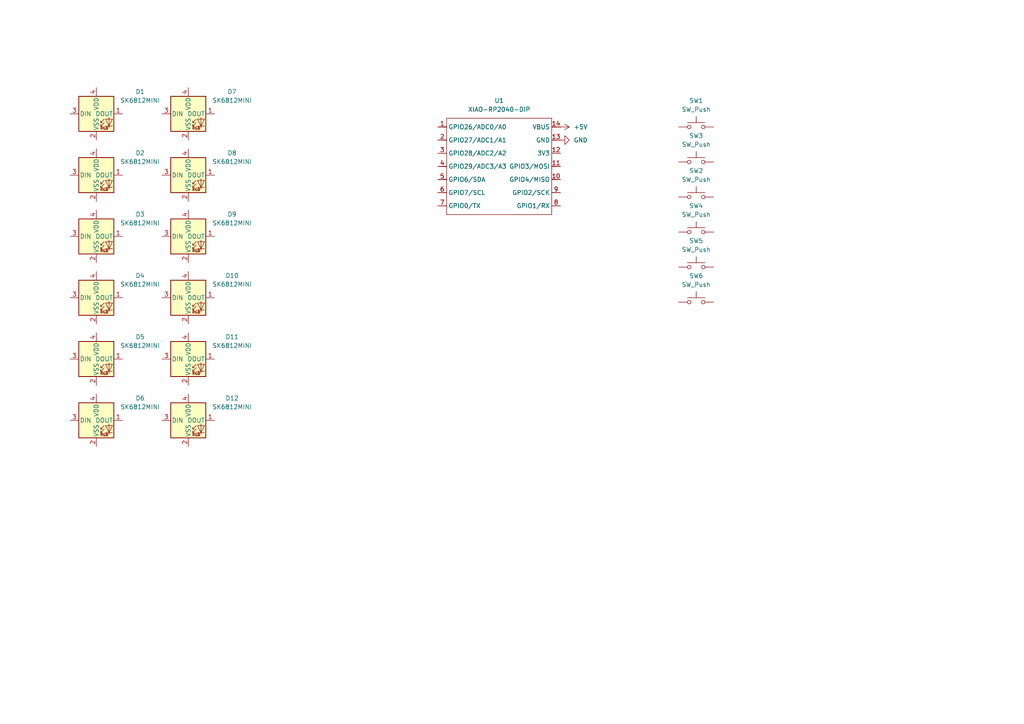
<source format=kicad_sch>
(kicad_sch
	(version 20250114)
	(generator "eeschema")
	(generator_version "9.0")
	(uuid "6c7dc53d-62fc-40ae-8f1d-ead6ce995a4e")
	(paper "A4")
	(lib_symbols
		(symbol "LED:SK6812MINI"
			(pin_names
				(offset 0.254)
			)
			(exclude_from_sim no)
			(in_bom yes)
			(on_board yes)
			(property "Reference" "D"
				(at 5.08 5.715 0)
				(effects
					(font
						(size 1.27 1.27)
					)
					(justify right bottom)
				)
			)
			(property "Value" "SK6812MINI"
				(at 1.27 -5.715 0)
				(effects
					(font
						(size 1.27 1.27)
					)
					(justify left top)
				)
			)
			(property "Footprint" "LED_SMD:LED_SK6812MINI_PLCC4_3.5x3.5mm_P1.75mm"
				(at 1.27 -7.62 0)
				(effects
					(font
						(size 1.27 1.27)
					)
					(justify left top)
					(hide yes)
				)
			)
			(property "Datasheet" "https://cdn-shop.adafruit.com/product-files/2686/SK6812MINI_REV.01-1-2.pdf"
				(at 2.54 -9.525 0)
				(effects
					(font
						(size 1.27 1.27)
					)
					(justify left top)
					(hide yes)
				)
			)
			(property "Description" "RGB LED with integrated controller"
				(at 0 0 0)
				(effects
					(font
						(size 1.27 1.27)
					)
					(hide yes)
				)
			)
			(property "ki_keywords" "RGB LED NeoPixel Mini addressable"
				(at 0 0 0)
				(effects
					(font
						(size 1.27 1.27)
					)
					(hide yes)
				)
			)
			(property "ki_fp_filters" "LED*SK6812MINI*PLCC*3.5x3.5mm*P1.75mm*"
				(at 0 0 0)
				(effects
					(font
						(size 1.27 1.27)
					)
					(hide yes)
				)
			)
			(symbol "SK6812MINI_0_0"
				(text "RGB"
					(at 2.286 -4.191 0)
					(effects
						(font
							(size 0.762 0.762)
						)
					)
				)
			)
			(symbol "SK6812MINI_0_1"
				(polyline
					(pts
						(xy 1.27 -2.54) (xy 1.778 -2.54)
					)
					(stroke
						(width 0)
						(type default)
					)
					(fill
						(type none)
					)
				)
				(polyline
					(pts
						(xy 1.27 -3.556) (xy 1.778 -3.556)
					)
					(stroke
						(width 0)
						(type default)
					)
					(fill
						(type none)
					)
				)
				(polyline
					(pts
						(xy 2.286 -1.524) (xy 1.27 -2.54) (xy 1.27 -2.032)
					)
					(stroke
						(width 0)
						(type default)
					)
					(fill
						(type none)
					)
				)
				(polyline
					(pts
						(xy 2.286 -2.54) (xy 1.27 -3.556) (xy 1.27 -3.048)
					)
					(stroke
						(width 0)
						(type default)
					)
					(fill
						(type none)
					)
				)
				(polyline
					(pts
						(xy 3.683 -1.016) (xy 3.683 -3.556) (xy 3.683 -4.064)
					)
					(stroke
						(width 0)
						(type default)
					)
					(fill
						(type none)
					)
				)
				(polyline
					(pts
						(xy 4.699 -1.524) (xy 2.667 -1.524) (xy 3.683 -3.556) (xy 4.699 -1.524)
					)
					(stroke
						(width 0)
						(type default)
					)
					(fill
						(type none)
					)
				)
				(polyline
					(pts
						(xy 4.699 -3.556) (xy 2.667 -3.556)
					)
					(stroke
						(width 0)
						(type default)
					)
					(fill
						(type none)
					)
				)
				(rectangle
					(start 5.08 5.08)
					(end -5.08 -5.08)
					(stroke
						(width 0.254)
						(type default)
					)
					(fill
						(type background)
					)
				)
			)
			(symbol "SK6812MINI_1_1"
				(pin input line
					(at -7.62 0 0)
					(length 2.54)
					(name "DIN"
						(effects
							(font
								(size 1.27 1.27)
							)
						)
					)
					(number "3"
						(effects
							(font
								(size 1.27 1.27)
							)
						)
					)
				)
				(pin power_in line
					(at 0 7.62 270)
					(length 2.54)
					(name "VDD"
						(effects
							(font
								(size 1.27 1.27)
							)
						)
					)
					(number "4"
						(effects
							(font
								(size 1.27 1.27)
							)
						)
					)
				)
				(pin power_in line
					(at 0 -7.62 90)
					(length 2.54)
					(name "VSS"
						(effects
							(font
								(size 1.27 1.27)
							)
						)
					)
					(number "2"
						(effects
							(font
								(size 1.27 1.27)
							)
						)
					)
				)
				(pin output line
					(at 7.62 0 180)
					(length 2.54)
					(name "DOUT"
						(effects
							(font
								(size 1.27 1.27)
							)
						)
					)
					(number "1"
						(effects
							(font
								(size 1.27 1.27)
							)
						)
					)
				)
			)
			(embedded_fonts no)
		)
		(symbol "OPL:XIAO-RP2040-DIP"
			(exclude_from_sim no)
			(in_bom yes)
			(on_board yes)
			(property "Reference" "U"
				(at 0 0 0)
				(effects
					(font
						(size 1.27 1.27)
					)
				)
			)
			(property "Value" "XIAO-RP2040-DIP"
				(at 5.334 -1.778 0)
				(effects
					(font
						(size 1.27 1.27)
					)
				)
			)
			(property "Footprint" "Module:MOUDLE14P-XIAO-DIP-SMD"
				(at 14.478 -32.258 0)
				(effects
					(font
						(size 1.27 1.27)
					)
					(hide yes)
				)
			)
			(property "Datasheet" ""
				(at 0 0 0)
				(effects
					(font
						(size 1.27 1.27)
					)
					(hide yes)
				)
			)
			(property "Description" ""
				(at 0 0 0)
				(effects
					(font
						(size 1.27 1.27)
					)
					(hide yes)
				)
			)
			(symbol "XIAO-RP2040-DIP_1_0"
				(polyline
					(pts
						(xy -1.27 -2.54) (xy 29.21 -2.54)
					)
					(stroke
						(width 0.1524)
						(type solid)
					)
					(fill
						(type none)
					)
				)
				(polyline
					(pts
						(xy -1.27 -5.08) (xy -2.54 -5.08)
					)
					(stroke
						(width 0.1524)
						(type solid)
					)
					(fill
						(type none)
					)
				)
				(polyline
					(pts
						(xy -1.27 -5.08) (xy -1.27 -2.54)
					)
					(stroke
						(width 0.1524)
						(type solid)
					)
					(fill
						(type none)
					)
				)
				(polyline
					(pts
						(xy -1.27 -8.89) (xy -2.54 -8.89)
					)
					(stroke
						(width 0.1524)
						(type solid)
					)
					(fill
						(type none)
					)
				)
				(polyline
					(pts
						(xy -1.27 -8.89) (xy -1.27 -5.08)
					)
					(stroke
						(width 0.1524)
						(type solid)
					)
					(fill
						(type none)
					)
				)
				(polyline
					(pts
						(xy -1.27 -12.7) (xy -2.54 -12.7)
					)
					(stroke
						(width 0.1524)
						(type solid)
					)
					(fill
						(type none)
					)
				)
				(polyline
					(pts
						(xy -1.27 -12.7) (xy -1.27 -8.89)
					)
					(stroke
						(width 0.1524)
						(type solid)
					)
					(fill
						(type none)
					)
				)
				(polyline
					(pts
						(xy -1.27 -16.51) (xy -2.54 -16.51)
					)
					(stroke
						(width 0.1524)
						(type solid)
					)
					(fill
						(type none)
					)
				)
				(polyline
					(pts
						(xy -1.27 -16.51) (xy -1.27 -12.7)
					)
					(stroke
						(width 0.1524)
						(type solid)
					)
					(fill
						(type none)
					)
				)
				(polyline
					(pts
						(xy -1.27 -20.32) (xy -2.54 -20.32)
					)
					(stroke
						(width 0.1524)
						(type solid)
					)
					(fill
						(type none)
					)
				)
				(polyline
					(pts
						(xy -1.27 -24.13) (xy -2.54 -24.13)
					)
					(stroke
						(width 0.1524)
						(type solid)
					)
					(fill
						(type none)
					)
				)
				(polyline
					(pts
						(xy -1.27 -27.94) (xy -2.54 -27.94)
					)
					(stroke
						(width 0.1524)
						(type solid)
					)
					(fill
						(type none)
					)
				)
				(polyline
					(pts
						(xy -1.27 -30.48) (xy -1.27 -16.51)
					)
					(stroke
						(width 0.1524)
						(type solid)
					)
					(fill
						(type none)
					)
				)
				(polyline
					(pts
						(xy 29.21 -2.54) (xy 29.21 -5.08)
					)
					(stroke
						(width 0.1524)
						(type solid)
					)
					(fill
						(type none)
					)
				)
				(polyline
					(pts
						(xy 29.21 -5.08) (xy 29.21 -8.89)
					)
					(stroke
						(width 0.1524)
						(type solid)
					)
					(fill
						(type none)
					)
				)
				(polyline
					(pts
						(xy 29.21 -8.89) (xy 29.21 -12.7)
					)
					(stroke
						(width 0.1524)
						(type solid)
					)
					(fill
						(type none)
					)
				)
				(polyline
					(pts
						(xy 29.21 -12.7) (xy 29.21 -30.48)
					)
					(stroke
						(width 0.1524)
						(type solid)
					)
					(fill
						(type none)
					)
				)
				(polyline
					(pts
						(xy 29.21 -30.48) (xy -1.27 -30.48)
					)
					(stroke
						(width 0.1524)
						(type solid)
					)
					(fill
						(type none)
					)
				)
				(polyline
					(pts
						(xy 30.48 -5.08) (xy 29.21 -5.08)
					)
					(stroke
						(width 0.1524)
						(type solid)
					)
					(fill
						(type none)
					)
				)
				(polyline
					(pts
						(xy 30.48 -8.89) (xy 29.21 -8.89)
					)
					(stroke
						(width 0.1524)
						(type solid)
					)
					(fill
						(type none)
					)
				)
				(polyline
					(pts
						(xy 30.48 -12.7) (xy 29.21 -12.7)
					)
					(stroke
						(width 0.1524)
						(type solid)
					)
					(fill
						(type none)
					)
				)
				(polyline
					(pts
						(xy 30.48 -16.51) (xy 29.21 -16.51)
					)
					(stroke
						(width 0.1524)
						(type solid)
					)
					(fill
						(type none)
					)
				)
				(polyline
					(pts
						(xy 30.48 -20.32) (xy 29.21 -20.32)
					)
					(stroke
						(width 0.1524)
						(type solid)
					)
					(fill
						(type none)
					)
				)
				(polyline
					(pts
						(xy 30.48 -24.13) (xy 29.21 -24.13)
					)
					(stroke
						(width 0.1524)
						(type solid)
					)
					(fill
						(type none)
					)
				)
				(polyline
					(pts
						(xy 30.48 -27.94) (xy 29.21 -27.94)
					)
					(stroke
						(width 0.1524)
						(type solid)
					)
					(fill
						(type none)
					)
				)
				(pin passive line
					(at -3.81 -5.08 0)
					(length 2.54)
					(name "GPIO26/ADC0/A0"
						(effects
							(font
								(size 1.27 1.27)
							)
						)
					)
					(number "1"
						(effects
							(font
								(size 1.27 1.27)
							)
						)
					)
				)
				(pin passive line
					(at -3.81 -8.89 0)
					(length 2.54)
					(name "GPIO27/ADC1/A1"
						(effects
							(font
								(size 1.27 1.27)
							)
						)
					)
					(number "2"
						(effects
							(font
								(size 1.27 1.27)
							)
						)
					)
				)
				(pin passive line
					(at -3.81 -12.7 0)
					(length 2.54)
					(name "GPIO28/ADC2/A2"
						(effects
							(font
								(size 1.27 1.27)
							)
						)
					)
					(number "3"
						(effects
							(font
								(size 1.27 1.27)
							)
						)
					)
				)
				(pin passive line
					(at -3.81 -16.51 0)
					(length 2.54)
					(name "GPIO29/ADC3/A3"
						(effects
							(font
								(size 1.27 1.27)
							)
						)
					)
					(number "4"
						(effects
							(font
								(size 1.27 1.27)
							)
						)
					)
				)
				(pin passive line
					(at -3.81 -20.32 0)
					(length 2.54)
					(name "GPIO6/SDA"
						(effects
							(font
								(size 1.27 1.27)
							)
						)
					)
					(number "5"
						(effects
							(font
								(size 1.27 1.27)
							)
						)
					)
				)
				(pin passive line
					(at -3.81 -24.13 0)
					(length 2.54)
					(name "GPIO7/SCL"
						(effects
							(font
								(size 1.27 1.27)
							)
						)
					)
					(number "6"
						(effects
							(font
								(size 1.27 1.27)
							)
						)
					)
				)
				(pin passive line
					(at -3.81 -27.94 0)
					(length 2.54)
					(name "GPIO0/TX"
						(effects
							(font
								(size 1.27 1.27)
							)
						)
					)
					(number "7"
						(effects
							(font
								(size 1.27 1.27)
							)
						)
					)
				)
				(pin passive line
					(at 31.75 -5.08 180)
					(length 2.54)
					(name "VBUS"
						(effects
							(font
								(size 1.27 1.27)
							)
						)
					)
					(number "14"
						(effects
							(font
								(size 1.27 1.27)
							)
						)
					)
				)
				(pin passive line
					(at 31.75 -8.89 180)
					(length 2.54)
					(name "GND"
						(effects
							(font
								(size 1.27 1.27)
							)
						)
					)
					(number "13"
						(effects
							(font
								(size 1.27 1.27)
							)
						)
					)
				)
				(pin passive line
					(at 31.75 -12.7 180)
					(length 2.54)
					(name "3V3"
						(effects
							(font
								(size 1.27 1.27)
							)
						)
					)
					(number "12"
						(effects
							(font
								(size 1.27 1.27)
							)
						)
					)
				)
				(pin passive line
					(at 31.75 -16.51 180)
					(length 2.54)
					(name "GPIO3/MOSI"
						(effects
							(font
								(size 1.27 1.27)
							)
						)
					)
					(number "11"
						(effects
							(font
								(size 1.27 1.27)
							)
						)
					)
				)
				(pin passive line
					(at 31.75 -20.32 180)
					(length 2.54)
					(name "GPIO4/MISO"
						(effects
							(font
								(size 1.27 1.27)
							)
						)
					)
					(number "10"
						(effects
							(font
								(size 1.27 1.27)
							)
						)
					)
				)
				(pin passive line
					(at 31.75 -24.13 180)
					(length 2.54)
					(name "GPIO2/SCK"
						(effects
							(font
								(size 1.27 1.27)
							)
						)
					)
					(number "9"
						(effects
							(font
								(size 1.27 1.27)
							)
						)
					)
				)
				(pin passive line
					(at 31.75 -27.94 180)
					(length 2.54)
					(name "GPIO1/RX"
						(effects
							(font
								(size 1.27 1.27)
							)
						)
					)
					(number "8"
						(effects
							(font
								(size 1.27 1.27)
							)
						)
					)
				)
			)
			(embedded_fonts no)
		)
		(symbol "Switch:SW_Push"
			(pin_numbers
				(hide yes)
			)
			(pin_names
				(offset 1.016)
				(hide yes)
			)
			(exclude_from_sim no)
			(in_bom yes)
			(on_board yes)
			(property "Reference" "SW"
				(at 1.27 2.54 0)
				(effects
					(font
						(size 1.27 1.27)
					)
					(justify left)
				)
			)
			(property "Value" "SW_Push"
				(at 0 -1.524 0)
				(effects
					(font
						(size 1.27 1.27)
					)
				)
			)
			(property "Footprint" ""
				(at 0 5.08 0)
				(effects
					(font
						(size 1.27 1.27)
					)
					(hide yes)
				)
			)
			(property "Datasheet" "~"
				(at 0 5.08 0)
				(effects
					(font
						(size 1.27 1.27)
					)
					(hide yes)
				)
			)
			(property "Description" "Push button switch, generic, two pins"
				(at 0 0 0)
				(effects
					(font
						(size 1.27 1.27)
					)
					(hide yes)
				)
			)
			(property "ki_keywords" "switch normally-open pushbutton push-button"
				(at 0 0 0)
				(effects
					(font
						(size 1.27 1.27)
					)
					(hide yes)
				)
			)
			(symbol "SW_Push_0_1"
				(circle
					(center -2.032 0)
					(radius 0.508)
					(stroke
						(width 0)
						(type default)
					)
					(fill
						(type none)
					)
				)
				(polyline
					(pts
						(xy 0 1.27) (xy 0 3.048)
					)
					(stroke
						(width 0)
						(type default)
					)
					(fill
						(type none)
					)
				)
				(circle
					(center 2.032 0)
					(radius 0.508)
					(stroke
						(width 0)
						(type default)
					)
					(fill
						(type none)
					)
				)
				(polyline
					(pts
						(xy 2.54 1.27) (xy -2.54 1.27)
					)
					(stroke
						(width 0)
						(type default)
					)
					(fill
						(type none)
					)
				)
				(pin passive line
					(at -5.08 0 0)
					(length 2.54)
					(name "1"
						(effects
							(font
								(size 1.27 1.27)
							)
						)
					)
					(number "1"
						(effects
							(font
								(size 1.27 1.27)
							)
						)
					)
				)
				(pin passive line
					(at 5.08 0 180)
					(length 2.54)
					(name "2"
						(effects
							(font
								(size 1.27 1.27)
							)
						)
					)
					(number "2"
						(effects
							(font
								(size 1.27 1.27)
							)
						)
					)
				)
			)
			(embedded_fonts no)
		)
		(symbol "power:+5V"
			(power)
			(pin_numbers
				(hide yes)
			)
			(pin_names
				(offset 0)
				(hide yes)
			)
			(exclude_from_sim no)
			(in_bom yes)
			(on_board yes)
			(property "Reference" "#PWR"
				(at 0 -3.81 0)
				(effects
					(font
						(size 1.27 1.27)
					)
					(hide yes)
				)
			)
			(property "Value" "+5V"
				(at 0 3.556 0)
				(effects
					(font
						(size 1.27 1.27)
					)
				)
			)
			(property "Footprint" ""
				(at 0 0 0)
				(effects
					(font
						(size 1.27 1.27)
					)
					(hide yes)
				)
			)
			(property "Datasheet" ""
				(at 0 0 0)
				(effects
					(font
						(size 1.27 1.27)
					)
					(hide yes)
				)
			)
			(property "Description" "Power symbol creates a global label with name \"+5V\""
				(at 0 0 0)
				(effects
					(font
						(size 1.27 1.27)
					)
					(hide yes)
				)
			)
			(property "ki_keywords" "global power"
				(at 0 0 0)
				(effects
					(font
						(size 1.27 1.27)
					)
					(hide yes)
				)
			)
			(symbol "+5V_0_1"
				(polyline
					(pts
						(xy -0.762 1.27) (xy 0 2.54)
					)
					(stroke
						(width 0)
						(type default)
					)
					(fill
						(type none)
					)
				)
				(polyline
					(pts
						(xy 0 2.54) (xy 0.762 1.27)
					)
					(stroke
						(width 0)
						(type default)
					)
					(fill
						(type none)
					)
				)
				(polyline
					(pts
						(xy 0 0) (xy 0 2.54)
					)
					(stroke
						(width 0)
						(type default)
					)
					(fill
						(type none)
					)
				)
			)
			(symbol "+5V_1_1"
				(pin power_in line
					(at 0 0 90)
					(length 0)
					(name "~"
						(effects
							(font
								(size 1.27 1.27)
							)
						)
					)
					(number "1"
						(effects
							(font
								(size 1.27 1.27)
							)
						)
					)
				)
			)
			(embedded_fonts no)
		)
		(symbol "power:GND"
			(power)
			(pin_numbers
				(hide yes)
			)
			(pin_names
				(offset 0)
				(hide yes)
			)
			(exclude_from_sim no)
			(in_bom yes)
			(on_board yes)
			(property "Reference" "#PWR"
				(at 0 -6.35 0)
				(effects
					(font
						(size 1.27 1.27)
					)
					(hide yes)
				)
			)
			(property "Value" "GND"
				(at 0 -3.81 0)
				(effects
					(font
						(size 1.27 1.27)
					)
				)
			)
			(property "Footprint" ""
				(at 0 0 0)
				(effects
					(font
						(size 1.27 1.27)
					)
					(hide yes)
				)
			)
			(property "Datasheet" ""
				(at 0 0 0)
				(effects
					(font
						(size 1.27 1.27)
					)
					(hide yes)
				)
			)
			(property "Description" "Power symbol creates a global label with name \"GND\" , ground"
				(at 0 0 0)
				(effects
					(font
						(size 1.27 1.27)
					)
					(hide yes)
				)
			)
			(property "ki_keywords" "global power"
				(at 0 0 0)
				(effects
					(font
						(size 1.27 1.27)
					)
					(hide yes)
				)
			)
			(symbol "GND_0_1"
				(polyline
					(pts
						(xy 0 0) (xy 0 -1.27) (xy 1.27 -1.27) (xy 0 -2.54) (xy -1.27 -1.27) (xy 0 -1.27)
					)
					(stroke
						(width 0)
						(type default)
					)
					(fill
						(type none)
					)
				)
			)
			(symbol "GND_1_1"
				(pin power_in line
					(at 0 0 270)
					(length 0)
					(name "~"
						(effects
							(font
								(size 1.27 1.27)
							)
						)
					)
					(number "1"
						(effects
							(font
								(size 1.27 1.27)
							)
						)
					)
				)
			)
			(embedded_fonts no)
		)
	)
	(symbol
		(lib_id "LED:SK6812MINI")
		(at 54.61 50.8 0)
		(unit 1)
		(exclude_from_sim no)
		(in_bom yes)
		(on_board yes)
		(dnp no)
		(fields_autoplaced yes)
		(uuid "02659c87-de30-483d-b9e3-8c17903c6f8e")
		(property "Reference" "D8"
			(at 67.31 44.3798 0)
			(effects
				(font
					(size 1.27 1.27)
				)
			)
		)
		(property "Value" "SK6812MINI"
			(at 67.31 46.9198 0)
			(effects
				(font
					(size 1.27 1.27)
				)
			)
		)
		(property "Footprint" "LED_SMD:LED_SK6812MINI_PLCC4_3.5x3.5mm_P1.75mm"
			(at 55.88 58.42 0)
			(effects
				(font
					(size 1.27 1.27)
				)
				(justify left top)
				(hide yes)
			)
		)
		(property "Datasheet" "https://cdn-shop.adafruit.com/product-files/2686/SK6812MINI_REV.01-1-2.pdf"
			(at 57.15 60.325 0)
			(effects
				(font
					(size 1.27 1.27)
				)
				(justify left top)
				(hide yes)
			)
		)
		(property "Description" "RGB LED with integrated controller"
			(at 54.61 50.8 0)
			(effects
				(font
					(size 1.27 1.27)
				)
				(hide yes)
			)
		)
		(pin "3"
			(uuid "2dd95667-abf8-4bfb-ada6-6536ae1cd071")
		)
		(pin "4"
			(uuid "dfe1f8c8-f534-4148-9fda-7d1405673e17")
		)
		(pin "2"
			(uuid "dc929053-64ca-4cb8-9dff-135d6a39b498")
		)
		(pin "1"
			(uuid "f8dd7541-7395-491e-ad86-8749589afd34")
		)
		(instances
			(project "prototype"
				(path "/6c7dc53d-62fc-40ae-8f1d-ead6ce995a4e"
					(reference "D8")
					(unit 1)
				)
			)
		)
	)
	(symbol
		(lib_id "LED:SK6812MINI")
		(at 27.94 121.92 0)
		(unit 1)
		(exclude_from_sim no)
		(in_bom yes)
		(on_board yes)
		(dnp no)
		(fields_autoplaced yes)
		(uuid "031d9498-6339-438b-b268-93d5d17eb0a6")
		(property "Reference" "D6"
			(at 40.64 115.4998 0)
			(effects
				(font
					(size 1.27 1.27)
				)
			)
		)
		(property "Value" "SK6812MINI"
			(at 40.64 118.0398 0)
			(effects
				(font
					(size 1.27 1.27)
				)
			)
		)
		(property "Footprint" "LED_SMD:LED_SK6812MINI_PLCC4_3.5x3.5mm_P1.75mm"
			(at 29.21 129.54 0)
			(effects
				(font
					(size 1.27 1.27)
				)
				(justify left top)
				(hide yes)
			)
		)
		(property "Datasheet" "https://cdn-shop.adafruit.com/product-files/2686/SK6812MINI_REV.01-1-2.pdf"
			(at 30.48 131.445 0)
			(effects
				(font
					(size 1.27 1.27)
				)
				(justify left top)
				(hide yes)
			)
		)
		(property "Description" "RGB LED with integrated controller"
			(at 27.94 121.92 0)
			(effects
				(font
					(size 1.27 1.27)
				)
				(hide yes)
			)
		)
		(pin "3"
			(uuid "2ed78657-3ae7-49b6-a967-9c7b17aeded9")
		)
		(pin "4"
			(uuid "3e639986-a0c2-4935-acf4-efa8f2091a53")
		)
		(pin "2"
			(uuid "36f35fb4-e79c-448f-bf18-69044b05182e")
		)
		(pin "1"
			(uuid "e7898566-eb33-4658-9a1e-4d43a689f3df")
		)
		(instances
			(project "prototype"
				(path "/6c7dc53d-62fc-40ae-8f1d-ead6ce995a4e"
					(reference "D6")
					(unit 1)
				)
			)
		)
	)
	(symbol
		(lib_id "LED:SK6812MINI")
		(at 27.94 86.36 0)
		(unit 1)
		(exclude_from_sim no)
		(in_bom yes)
		(on_board yes)
		(dnp no)
		(fields_autoplaced yes)
		(uuid "07e1d6ca-bef2-407a-9a40-c889823893c9")
		(property "Reference" "D4"
			(at 40.64 79.9398 0)
			(effects
				(font
					(size 1.27 1.27)
				)
			)
		)
		(property "Value" "SK6812MINI"
			(at 40.64 82.4798 0)
			(effects
				(font
					(size 1.27 1.27)
				)
			)
		)
		(property "Footprint" "LED_SMD:LED_SK6812MINI_PLCC4_3.5x3.5mm_P1.75mm"
			(at 29.21 93.98 0)
			(effects
				(font
					(size 1.27 1.27)
				)
				(justify left top)
				(hide yes)
			)
		)
		(property "Datasheet" "https://cdn-shop.adafruit.com/product-files/2686/SK6812MINI_REV.01-1-2.pdf"
			(at 30.48 95.885 0)
			(effects
				(font
					(size 1.27 1.27)
				)
				(justify left top)
				(hide yes)
			)
		)
		(property "Description" "RGB LED with integrated controller"
			(at 27.94 86.36 0)
			(effects
				(font
					(size 1.27 1.27)
				)
				(hide yes)
			)
		)
		(pin "3"
			(uuid "84fc6744-c788-4b71-a10b-5ceb17630e89")
		)
		(pin "4"
			(uuid "2344bb3c-349e-4839-925a-e09c6658bdb5")
		)
		(pin "2"
			(uuid "6e52b8fe-fbe3-40a5-9cac-6376a9102553")
		)
		(pin "1"
			(uuid "9c88a733-51f6-4c41-be90-d06eb901ae67")
		)
		(instances
			(project "prototype"
				(path "/6c7dc53d-62fc-40ae-8f1d-ead6ce995a4e"
					(reference "D4")
					(unit 1)
				)
			)
		)
	)
	(symbol
		(lib_id "LED:SK6812MINI")
		(at 54.61 86.36 0)
		(unit 1)
		(exclude_from_sim no)
		(in_bom yes)
		(on_board yes)
		(dnp no)
		(fields_autoplaced yes)
		(uuid "08038727-0d45-4956-a60d-f3062cd59ffa")
		(property "Reference" "D10"
			(at 67.31 79.9398 0)
			(effects
				(font
					(size 1.27 1.27)
				)
			)
		)
		(property "Value" "SK6812MINI"
			(at 67.31 82.4798 0)
			(effects
				(font
					(size 1.27 1.27)
				)
			)
		)
		(property "Footprint" "LED_SMD:LED_SK6812MINI_PLCC4_3.5x3.5mm_P1.75mm"
			(at 55.88 93.98 0)
			(effects
				(font
					(size 1.27 1.27)
				)
				(justify left top)
				(hide yes)
			)
		)
		(property "Datasheet" "https://cdn-shop.adafruit.com/product-files/2686/SK6812MINI_REV.01-1-2.pdf"
			(at 57.15 95.885 0)
			(effects
				(font
					(size 1.27 1.27)
				)
				(justify left top)
				(hide yes)
			)
		)
		(property "Description" "RGB LED with integrated controller"
			(at 54.61 86.36 0)
			(effects
				(font
					(size 1.27 1.27)
				)
				(hide yes)
			)
		)
		(pin "3"
			(uuid "a000edd2-a2a8-477f-9a12-a8610d91673d")
		)
		(pin "4"
			(uuid "21f7e3e8-ddde-4a85-8e93-800fe0d04c43")
		)
		(pin "2"
			(uuid "48b1c1c8-6b3d-4146-8a2e-ebed66692519")
		)
		(pin "1"
			(uuid "fc1efd55-d6fc-40e1-bd54-3b7f843077a5")
		)
		(instances
			(project "prototype"
				(path "/6c7dc53d-62fc-40ae-8f1d-ead6ce995a4e"
					(reference "D10")
					(unit 1)
				)
			)
		)
	)
	(symbol
		(lib_id "LED:SK6812MINI")
		(at 27.94 33.02 0)
		(unit 1)
		(exclude_from_sim no)
		(in_bom yes)
		(on_board yes)
		(dnp no)
		(fields_autoplaced yes)
		(uuid "159c0d84-751a-4681-b152-8d68e0f21e0d")
		(property "Reference" "D1"
			(at 40.64 26.5998 0)
			(effects
				(font
					(size 1.27 1.27)
				)
			)
		)
		(property "Value" "SK6812MINI"
			(at 40.64 29.1398 0)
			(effects
				(font
					(size 1.27 1.27)
				)
			)
		)
		(property "Footprint" "LED_SMD:LED_SK6812MINI_PLCC4_3.5x3.5mm_P1.75mm"
			(at 29.21 40.64 0)
			(effects
				(font
					(size 1.27 1.27)
				)
				(justify left top)
				(hide yes)
			)
		)
		(property "Datasheet" "https://cdn-shop.adafruit.com/product-files/2686/SK6812MINI_REV.01-1-2.pdf"
			(at 30.48 42.545 0)
			(effects
				(font
					(size 1.27 1.27)
				)
				(justify left top)
				(hide yes)
			)
		)
		(property "Description" "RGB LED with integrated controller"
			(at 27.94 33.02 0)
			(effects
				(font
					(size 1.27 1.27)
				)
				(hide yes)
			)
		)
		(pin "3"
			(uuid "37da934f-056b-4c05-8a71-c2f4b7b4b931")
		)
		(pin "4"
			(uuid "5aa3632a-69d7-4aee-b4d5-fe865a54941b")
		)
		(pin "2"
			(uuid "06ca1d4a-a091-42da-8e2a-7cbf6e6e1c05")
		)
		(pin "1"
			(uuid "bca859e6-161b-44a7-9921-48d3ab6ec8b1")
		)
		(instances
			(project ""
				(path "/6c7dc53d-62fc-40ae-8f1d-ead6ce995a4e"
					(reference "D1")
					(unit 1)
				)
			)
		)
	)
	(symbol
		(lib_id "Switch:SW_Push")
		(at 201.93 87.63 0)
		(unit 1)
		(exclude_from_sim no)
		(in_bom yes)
		(on_board yes)
		(dnp no)
		(fields_autoplaced yes)
		(uuid "16f8c2bb-600b-41fc-bcb6-568fb616ce7e")
		(property "Reference" "SW6"
			(at 201.93 80.01 0)
			(effects
				(font
					(size 1.27 1.27)
				)
			)
		)
		(property "Value" "SW_Push"
			(at 201.93 82.55 0)
			(effects
				(font
					(size 1.27 1.27)
				)
			)
		)
		(property "Footprint" "Button_Switch_Keyboard:SW_Cherry_MX_1.00u_PCB"
			(at 201.93 82.55 0)
			(effects
				(font
					(size 1.27 1.27)
				)
				(hide yes)
			)
		)
		(property "Datasheet" "~"
			(at 201.93 82.55 0)
			(effects
				(font
					(size 1.27 1.27)
				)
				(hide yes)
			)
		)
		(property "Description" "Push button switch, generic, two pins"
			(at 201.93 87.63 0)
			(effects
				(font
					(size 1.27 1.27)
				)
				(hide yes)
			)
		)
		(pin "2"
			(uuid "6634a512-8d53-4270-bb95-e3ad0640279e")
		)
		(pin "1"
			(uuid "62398b5d-c47b-4070-91b5-887940d4f12e")
		)
		(instances
			(project "prototype"
				(path "/6c7dc53d-62fc-40ae-8f1d-ead6ce995a4e"
					(reference "SW6")
					(unit 1)
				)
			)
		)
	)
	(symbol
		(lib_id "LED:SK6812MINI")
		(at 27.94 104.14 0)
		(unit 1)
		(exclude_from_sim no)
		(in_bom yes)
		(on_board yes)
		(dnp no)
		(fields_autoplaced yes)
		(uuid "1a52c737-ea28-4586-b36a-058ebe529a1e")
		(property "Reference" "D5"
			(at 40.64 97.7198 0)
			(effects
				(font
					(size 1.27 1.27)
				)
			)
		)
		(property "Value" "SK6812MINI"
			(at 40.64 100.2598 0)
			(effects
				(font
					(size 1.27 1.27)
				)
			)
		)
		(property "Footprint" "LED_SMD:LED_SK6812MINI_PLCC4_3.5x3.5mm_P1.75mm"
			(at 29.21 111.76 0)
			(effects
				(font
					(size 1.27 1.27)
				)
				(justify left top)
				(hide yes)
			)
		)
		(property "Datasheet" "https://cdn-shop.adafruit.com/product-files/2686/SK6812MINI_REV.01-1-2.pdf"
			(at 30.48 113.665 0)
			(effects
				(font
					(size 1.27 1.27)
				)
				(justify left top)
				(hide yes)
			)
		)
		(property "Description" "RGB LED with integrated controller"
			(at 27.94 104.14 0)
			(effects
				(font
					(size 1.27 1.27)
				)
				(hide yes)
			)
		)
		(pin "3"
			(uuid "c00b2305-b723-48eb-9970-69def30b8aa5")
		)
		(pin "4"
			(uuid "227d11d3-e6f5-4653-a5c0-aae14404dbaf")
		)
		(pin "2"
			(uuid "01c7eb76-a038-4cd3-8965-73b279b3eb47")
		)
		(pin "1"
			(uuid "f058335a-e56a-416e-9a4e-3baddd9eda13")
		)
		(instances
			(project "prototype"
				(path "/6c7dc53d-62fc-40ae-8f1d-ead6ce995a4e"
					(reference "D5")
					(unit 1)
				)
			)
		)
	)
	(symbol
		(lib_id "LED:SK6812MINI")
		(at 54.61 33.02 0)
		(unit 1)
		(exclude_from_sim no)
		(in_bom yes)
		(on_board yes)
		(dnp no)
		(fields_autoplaced yes)
		(uuid "1f612cff-d8fd-4141-987b-28cd669af1f6")
		(property "Reference" "D7"
			(at 67.31 26.5998 0)
			(effects
				(font
					(size 1.27 1.27)
				)
			)
		)
		(property "Value" "SK6812MINI"
			(at 67.31 29.1398 0)
			(effects
				(font
					(size 1.27 1.27)
				)
			)
		)
		(property "Footprint" "LED_SMD:LED_SK6812MINI_PLCC4_3.5x3.5mm_P1.75mm"
			(at 55.88 40.64 0)
			(effects
				(font
					(size 1.27 1.27)
				)
				(justify left top)
				(hide yes)
			)
		)
		(property "Datasheet" "https://cdn-shop.adafruit.com/product-files/2686/SK6812MINI_REV.01-1-2.pdf"
			(at 57.15 42.545 0)
			(effects
				(font
					(size 1.27 1.27)
				)
				(justify left top)
				(hide yes)
			)
		)
		(property "Description" "RGB LED with integrated controller"
			(at 54.61 33.02 0)
			(effects
				(font
					(size 1.27 1.27)
				)
				(hide yes)
			)
		)
		(pin "3"
			(uuid "86da10ad-1abf-46c9-9f3c-6b9ad009c34c")
		)
		(pin "4"
			(uuid "56f82c58-f533-4186-88ee-e9e8b041380d")
		)
		(pin "2"
			(uuid "dcf0be84-7f7e-4101-861d-70b88bcae458")
		)
		(pin "1"
			(uuid "ec2e9839-7cdb-468e-af83-2f151871a7fd")
		)
		(instances
			(project "prototype"
				(path "/6c7dc53d-62fc-40ae-8f1d-ead6ce995a4e"
					(reference "D7")
					(unit 1)
				)
			)
		)
	)
	(symbol
		(lib_id "Switch:SW_Push")
		(at 201.93 57.15 0)
		(unit 1)
		(exclude_from_sim no)
		(in_bom yes)
		(on_board yes)
		(dnp no)
		(fields_autoplaced yes)
		(uuid "34a1e518-5fcd-41a4-ae77-055c0f1f957f")
		(property "Reference" "SW2"
			(at 201.93 49.53 0)
			(effects
				(font
					(size 1.27 1.27)
				)
			)
		)
		(property "Value" "SW_Push"
			(at 201.93 52.07 0)
			(effects
				(font
					(size 1.27 1.27)
				)
			)
		)
		(property "Footprint" "Button_Switch_Keyboard:SW_Cherry_MX_1.00u_PCB"
			(at 201.93 52.07 0)
			(effects
				(font
					(size 1.27 1.27)
				)
				(hide yes)
			)
		)
		(property "Datasheet" "~"
			(at 201.93 52.07 0)
			(effects
				(font
					(size 1.27 1.27)
				)
				(hide yes)
			)
		)
		(property "Description" "Push button switch, generic, two pins"
			(at 201.93 57.15 0)
			(effects
				(font
					(size 1.27 1.27)
				)
				(hide yes)
			)
		)
		(pin "2"
			(uuid "2781b0b7-fafe-4bc5-a3ad-7583d76ac35d")
		)
		(pin "1"
			(uuid "2586e6ea-4668-4626-80b7-cdf3d4a1677e")
		)
		(instances
			(project "prototype"
				(path "/6c7dc53d-62fc-40ae-8f1d-ead6ce995a4e"
					(reference "SW2")
					(unit 1)
				)
			)
		)
	)
	(symbol
		(lib_id "LED:SK6812MINI")
		(at 27.94 68.58 0)
		(unit 1)
		(exclude_from_sim no)
		(in_bom yes)
		(on_board yes)
		(dnp no)
		(fields_autoplaced yes)
		(uuid "367fc703-2d24-4dfa-b4d1-7e1b98b8b082")
		(property "Reference" "D3"
			(at 40.64 62.1598 0)
			(effects
				(font
					(size 1.27 1.27)
				)
			)
		)
		(property "Value" "SK6812MINI"
			(at 40.64 64.6998 0)
			(effects
				(font
					(size 1.27 1.27)
				)
			)
		)
		(property "Footprint" "LED_SMD:LED_SK6812MINI_PLCC4_3.5x3.5mm_P1.75mm"
			(at 29.21 76.2 0)
			(effects
				(font
					(size 1.27 1.27)
				)
				(justify left top)
				(hide yes)
			)
		)
		(property "Datasheet" "https://cdn-shop.adafruit.com/product-files/2686/SK6812MINI_REV.01-1-2.pdf"
			(at 30.48 78.105 0)
			(effects
				(font
					(size 1.27 1.27)
				)
				(justify left top)
				(hide yes)
			)
		)
		(property "Description" "RGB LED with integrated controller"
			(at 27.94 68.58 0)
			(effects
				(font
					(size 1.27 1.27)
				)
				(hide yes)
			)
		)
		(pin "3"
			(uuid "aaf67699-64e8-49f9-a539-771ab79fd48b")
		)
		(pin "4"
			(uuid "b9ba962e-8b51-4e93-b65c-2e3b2bfc1488")
		)
		(pin "2"
			(uuid "09cfab5a-742e-4c32-9be7-70866fe79f50")
		)
		(pin "1"
			(uuid "95ae2abf-abd0-4435-bbf5-4bd93efbce09")
		)
		(instances
			(project "prototype"
				(path "/6c7dc53d-62fc-40ae-8f1d-ead6ce995a4e"
					(reference "D3")
					(unit 1)
				)
			)
		)
	)
	(symbol
		(lib_id "LED:SK6812MINI")
		(at 54.61 121.92 0)
		(unit 1)
		(exclude_from_sim no)
		(in_bom yes)
		(on_board yes)
		(dnp no)
		(fields_autoplaced yes)
		(uuid "4788dcaf-e2a3-4eb7-8714-3c4f339f287f")
		(property "Reference" "D12"
			(at 67.31 115.4998 0)
			(effects
				(font
					(size 1.27 1.27)
				)
			)
		)
		(property "Value" "SK6812MINI"
			(at 67.31 118.0398 0)
			(effects
				(font
					(size 1.27 1.27)
				)
			)
		)
		(property "Footprint" "LED_SMD:LED_SK6812MINI_PLCC4_3.5x3.5mm_P1.75mm"
			(at 55.88 129.54 0)
			(effects
				(font
					(size 1.27 1.27)
				)
				(justify left top)
				(hide yes)
			)
		)
		(property "Datasheet" "https://cdn-shop.adafruit.com/product-files/2686/SK6812MINI_REV.01-1-2.pdf"
			(at 57.15 131.445 0)
			(effects
				(font
					(size 1.27 1.27)
				)
				(justify left top)
				(hide yes)
			)
		)
		(property "Description" "RGB LED with integrated controller"
			(at 54.61 121.92 0)
			(effects
				(font
					(size 1.27 1.27)
				)
				(hide yes)
			)
		)
		(pin "3"
			(uuid "a8d277df-2bbe-43cc-8305-fa8ce6dfc55d")
		)
		(pin "4"
			(uuid "10df7a22-74d8-4c00-b193-38cb20ee4633")
		)
		(pin "2"
			(uuid "6fdf55e6-f347-4d8c-8f60-bb1e1445c134")
		)
		(pin "1"
			(uuid "f1b57113-6a36-4262-bb9d-3b22c4e7cfa8")
		)
		(instances
			(project "prototype"
				(path "/6c7dc53d-62fc-40ae-8f1d-ead6ce995a4e"
					(reference "D12")
					(unit 1)
				)
			)
		)
	)
	(symbol
		(lib_id "LED:SK6812MINI")
		(at 54.61 68.58 0)
		(unit 1)
		(exclude_from_sim no)
		(in_bom yes)
		(on_board yes)
		(dnp no)
		(fields_autoplaced yes)
		(uuid "4c32f466-f479-45fe-be7c-9c55b5b89a17")
		(property "Reference" "D9"
			(at 67.31 62.1598 0)
			(effects
				(font
					(size 1.27 1.27)
				)
			)
		)
		(property "Value" "SK6812MINI"
			(at 67.31 64.6998 0)
			(effects
				(font
					(size 1.27 1.27)
				)
			)
		)
		(property "Footprint" "LED_SMD:LED_SK6812MINI_PLCC4_3.5x3.5mm_P1.75mm"
			(at 55.88 76.2 0)
			(effects
				(font
					(size 1.27 1.27)
				)
				(justify left top)
				(hide yes)
			)
		)
		(property "Datasheet" "https://cdn-shop.adafruit.com/product-files/2686/SK6812MINI_REV.01-1-2.pdf"
			(at 57.15 78.105 0)
			(effects
				(font
					(size 1.27 1.27)
				)
				(justify left top)
				(hide yes)
			)
		)
		(property "Description" "RGB LED with integrated controller"
			(at 54.61 68.58 0)
			(effects
				(font
					(size 1.27 1.27)
				)
				(hide yes)
			)
		)
		(pin "3"
			(uuid "fb2c878d-15b2-4d6c-b7cd-4b9c73d8aa61")
		)
		(pin "4"
			(uuid "e75bcd8e-77e5-4a8c-a0a0-edbdf770e8d9")
		)
		(pin "2"
			(uuid "61f244c7-d46d-4c38-ba35-d219b1b83c80")
		)
		(pin "1"
			(uuid "707b9cee-bcd3-4b60-aa09-3617f5b8584e")
		)
		(instances
			(project "prototype"
				(path "/6c7dc53d-62fc-40ae-8f1d-ead6ce995a4e"
					(reference "D9")
					(unit 1)
				)
			)
		)
	)
	(symbol
		(lib_id "Switch:SW_Push")
		(at 201.93 67.31 0)
		(unit 1)
		(exclude_from_sim no)
		(in_bom yes)
		(on_board yes)
		(dnp no)
		(fields_autoplaced yes)
		(uuid "4fa919d7-5d96-4318-aad5-1892b6befe57")
		(property "Reference" "SW4"
			(at 201.93 59.69 0)
			(effects
				(font
					(size 1.27 1.27)
				)
			)
		)
		(property "Value" "SW_Push"
			(at 201.93 62.23 0)
			(effects
				(font
					(size 1.27 1.27)
				)
			)
		)
		(property "Footprint" "Button_Switch_Keyboard:SW_Cherry_MX_1.00u_PCB"
			(at 201.93 62.23 0)
			(effects
				(font
					(size 1.27 1.27)
				)
				(hide yes)
			)
		)
		(property "Datasheet" "~"
			(at 201.93 62.23 0)
			(effects
				(font
					(size 1.27 1.27)
				)
				(hide yes)
			)
		)
		(property "Description" "Push button switch, generic, two pins"
			(at 201.93 67.31 0)
			(effects
				(font
					(size 1.27 1.27)
				)
				(hide yes)
			)
		)
		(pin "2"
			(uuid "468f36a6-aea0-492f-8f8b-0fbc3585ccdc")
		)
		(pin "1"
			(uuid "83264856-5d9f-4553-aec0-a4d9ceed909b")
		)
		(instances
			(project "prototype"
				(path "/6c7dc53d-62fc-40ae-8f1d-ead6ce995a4e"
					(reference "SW4")
					(unit 1)
				)
			)
		)
	)
	(symbol
		(lib_id "Switch:SW_Push")
		(at 201.93 77.47 0)
		(unit 1)
		(exclude_from_sim no)
		(in_bom yes)
		(on_board yes)
		(dnp no)
		(fields_autoplaced yes)
		(uuid "64120ded-40b3-4d3b-bb37-35fab5863b60")
		(property "Reference" "SW5"
			(at 201.93 69.85 0)
			(effects
				(font
					(size 1.27 1.27)
				)
			)
		)
		(property "Value" "SW_Push"
			(at 201.93 72.39 0)
			(effects
				(font
					(size 1.27 1.27)
				)
			)
		)
		(property "Footprint" "Button_Switch_Keyboard:SW_Cherry_MX_1.00u_PCB"
			(at 201.93 72.39 0)
			(effects
				(font
					(size 1.27 1.27)
				)
				(hide yes)
			)
		)
		(property "Datasheet" "~"
			(at 201.93 72.39 0)
			(effects
				(font
					(size 1.27 1.27)
				)
				(hide yes)
			)
		)
		(property "Description" "Push button switch, generic, two pins"
			(at 201.93 77.47 0)
			(effects
				(font
					(size 1.27 1.27)
				)
				(hide yes)
			)
		)
		(pin "2"
			(uuid "9bb54d42-38be-4bab-bde6-5243bf7e1e32")
		)
		(pin "1"
			(uuid "9fb76647-0126-41d6-93c2-a408f3259aba")
		)
		(instances
			(project "prototype"
				(path "/6c7dc53d-62fc-40ae-8f1d-ead6ce995a4e"
					(reference "SW5")
					(unit 1)
				)
			)
		)
	)
	(symbol
		(lib_id "OPL:XIAO-RP2040-DIP")
		(at 130.81 31.75 0)
		(unit 1)
		(exclude_from_sim no)
		(in_bom yes)
		(on_board yes)
		(dnp no)
		(fields_autoplaced yes)
		(uuid "ab778fab-855a-4106-87b2-89ef1e1d3ae5")
		(property "Reference" "U1"
			(at 144.78 29.21 0)
			(effects
				(font
					(size 1.27 1.27)
				)
			)
		)
		(property "Value" "XIAO-RP2040-DIP"
			(at 144.78 31.75 0)
			(effects
				(font
					(size 1.27 1.27)
				)
			)
		)
		(property "Footprint" "OPL:XIAO-RP2040-DIP"
			(at 145.288 64.008 0)
			(effects
				(font
					(size 1.27 1.27)
				)
				(hide yes)
			)
		)
		(property "Datasheet" ""
			(at 130.81 31.75 0)
			(effects
				(font
					(size 1.27 1.27)
				)
				(hide yes)
			)
		)
		(property "Description" ""
			(at 130.81 31.75 0)
			(effects
				(font
					(size 1.27 1.27)
				)
				(hide yes)
			)
		)
		(pin "5"
			(uuid "af33cf76-7d21-428b-87b0-eab20ed6b831")
		)
		(pin "1"
			(uuid "3b7c7d9a-3cff-44a2-afa1-fe6198290a73")
		)
		(pin "3"
			(uuid "e15655a1-8ec8-4d40-9bff-2c1895e41100")
		)
		(pin "4"
			(uuid "630157e7-4f20-4fdc-a57f-f394db489527")
		)
		(pin "6"
			(uuid "6bfd782f-5364-4793-b331-6dc98b655dda")
		)
		(pin "14"
			(uuid "58f302cd-749d-42a7-8e7a-bbe0c3d50ca7")
		)
		(pin "13"
			(uuid "525c7027-0d23-4424-adfd-76daa22b1919")
		)
		(pin "10"
			(uuid "a60f6a9e-5ac2-4790-9b77-2356a698cd25")
		)
		(pin "9"
			(uuid "ec620f6d-1c18-4b1f-800c-75d87bd69730")
		)
		(pin "2"
			(uuid "9b71a66c-8be8-4842-941b-a8760fc2f9b5")
		)
		(pin "12"
			(uuid "f933bb9e-d680-4e12-8deb-ba7fa3177013")
		)
		(pin "11"
			(uuid "71701068-dcd8-4a6a-aa44-cb61d8814133")
		)
		(pin "8"
			(uuid "2e7e475b-87a5-40a3-81b0-710f8252277a")
		)
		(pin "7"
			(uuid "de8c21ba-da9a-4551-a52d-7c70914203c9")
		)
		(instances
			(project ""
				(path "/6c7dc53d-62fc-40ae-8f1d-ead6ce995a4e"
					(reference "U1")
					(unit 1)
				)
			)
		)
	)
	(symbol
		(lib_id "Switch:SW_Push")
		(at 201.93 36.83 0)
		(unit 1)
		(exclude_from_sim no)
		(in_bom yes)
		(on_board yes)
		(dnp no)
		(fields_autoplaced yes)
		(uuid "abfdaa13-7368-44da-b769-8be33b73326a")
		(property "Reference" "SW1"
			(at 201.93 29.21 0)
			(effects
				(font
					(size 1.27 1.27)
				)
			)
		)
		(property "Value" "SW_Push"
			(at 201.93 31.75 0)
			(effects
				(font
					(size 1.27 1.27)
				)
			)
		)
		(property "Footprint" "Button_Switch_Keyboard:SW_Cherry_MX_1.00u_PCB"
			(at 201.93 31.75 0)
			(effects
				(font
					(size 1.27 1.27)
				)
				(hide yes)
			)
		)
		(property "Datasheet" "~"
			(at 201.93 31.75 0)
			(effects
				(font
					(size 1.27 1.27)
				)
				(hide yes)
			)
		)
		(property "Description" "Push button switch, generic, two pins"
			(at 201.93 36.83 0)
			(effects
				(font
					(size 1.27 1.27)
				)
				(hide yes)
			)
		)
		(pin "2"
			(uuid "8ded66a3-6433-4210-bbad-3a3a3f0caaeb")
		)
		(pin "1"
			(uuid "3c5b4256-5096-409b-91da-f2e9b466980b")
		)
		(instances
			(project "prototype"
				(path "/6c7dc53d-62fc-40ae-8f1d-ead6ce995a4e"
					(reference "SW1")
					(unit 1)
				)
			)
		)
	)
	(symbol
		(lib_id "power:+5V")
		(at 162.56 36.83 270)
		(unit 1)
		(exclude_from_sim no)
		(in_bom yes)
		(on_board yes)
		(dnp no)
		(fields_autoplaced yes)
		(uuid "ce3eedf4-03e5-46b7-8eb0-f133f2ca62fa")
		(property "Reference" "#PWR04"
			(at 158.75 36.83 0)
			(effects
				(font
					(size 1.27 1.27)
				)
				(hide yes)
			)
		)
		(property "Value" "+5V"
			(at 166.37 36.8299 90)
			(effects
				(font
					(size 1.27 1.27)
				)
				(justify left)
			)
		)
		(property "Footprint" ""
			(at 162.56 36.83 0)
			(effects
				(font
					(size 1.27 1.27)
				)
				(hide yes)
			)
		)
		(property "Datasheet" ""
			(at 162.56 36.83 0)
			(effects
				(font
					(size 1.27 1.27)
				)
				(hide yes)
			)
		)
		(property "Description" "Power symbol creates a global label with name \"+5V\""
			(at 162.56 36.83 0)
			(effects
				(font
					(size 1.27 1.27)
				)
				(hide yes)
			)
		)
		(pin "1"
			(uuid "d12cd261-3b67-4d76-90ff-8a8acd0b563e")
		)
		(instances
			(project ""
				(path "/6c7dc53d-62fc-40ae-8f1d-ead6ce995a4e"
					(reference "#PWR04")
					(unit 1)
				)
			)
		)
	)
	(symbol
		(lib_id "LED:SK6812MINI")
		(at 27.94 50.8 0)
		(unit 1)
		(exclude_from_sim no)
		(in_bom yes)
		(on_board yes)
		(dnp no)
		(fields_autoplaced yes)
		(uuid "dc0b5580-22e5-45a8-93fe-633376518bd1")
		(property "Reference" "D2"
			(at 40.64 44.3798 0)
			(effects
				(font
					(size 1.27 1.27)
				)
			)
		)
		(property "Value" "SK6812MINI"
			(at 40.64 46.9198 0)
			(effects
				(font
					(size 1.27 1.27)
				)
			)
		)
		(property "Footprint" "LED_SMD:LED_SK6812MINI_PLCC4_3.5x3.5mm_P1.75mm"
			(at 29.21 58.42 0)
			(effects
				(font
					(size 1.27 1.27)
				)
				(justify left top)
				(hide yes)
			)
		)
		(property "Datasheet" "https://cdn-shop.adafruit.com/product-files/2686/SK6812MINI_REV.01-1-2.pdf"
			(at 30.48 60.325 0)
			(effects
				(font
					(size 1.27 1.27)
				)
				(justify left top)
				(hide yes)
			)
		)
		(property "Description" "RGB LED with integrated controller"
			(at 27.94 50.8 0)
			(effects
				(font
					(size 1.27 1.27)
				)
				(hide yes)
			)
		)
		(pin "3"
			(uuid "dcdc1716-49eb-4ccc-85e0-0cea4656301b")
		)
		(pin "4"
			(uuid "0bcbd609-89fd-42fa-9c41-0cfb58d0bcdb")
		)
		(pin "2"
			(uuid "4cda5da1-c8af-49cc-9364-009a071c485a")
		)
		(pin "1"
			(uuid "0b99a8e9-51de-427c-9d8f-4d728d4b2450")
		)
		(instances
			(project "prototype"
				(path "/6c7dc53d-62fc-40ae-8f1d-ead6ce995a4e"
					(reference "D2")
					(unit 1)
				)
			)
		)
	)
	(symbol
		(lib_id "LED:SK6812MINI")
		(at 54.61 104.14 0)
		(unit 1)
		(exclude_from_sim no)
		(in_bom yes)
		(on_board yes)
		(dnp no)
		(fields_autoplaced yes)
		(uuid "ed8d9b82-92af-4891-8bf9-2f2c0042a4a9")
		(property "Reference" "D11"
			(at 67.31 97.7198 0)
			(effects
				(font
					(size 1.27 1.27)
				)
			)
		)
		(property "Value" "SK6812MINI"
			(at 67.31 100.2598 0)
			(effects
				(font
					(size 1.27 1.27)
				)
			)
		)
		(property "Footprint" "LED_SMD:LED_SK6812MINI_PLCC4_3.5x3.5mm_P1.75mm"
			(at 55.88 111.76 0)
			(effects
				(font
					(size 1.27 1.27)
				)
				(justify left top)
				(hide yes)
			)
		)
		(property "Datasheet" "https://cdn-shop.adafruit.com/product-files/2686/SK6812MINI_REV.01-1-2.pdf"
			(at 57.15 113.665 0)
			(effects
				(font
					(size 1.27 1.27)
				)
				(justify left top)
				(hide yes)
			)
		)
		(property "Description" "RGB LED with integrated controller"
			(at 54.61 104.14 0)
			(effects
				(font
					(size 1.27 1.27)
				)
				(hide yes)
			)
		)
		(pin "3"
			(uuid "6c25ff85-ba4c-4a2b-800a-aa11ea8e0c30")
		)
		(pin "4"
			(uuid "745977e8-e64c-445d-bf36-d7ef20fa4234")
		)
		(pin "2"
			(uuid "89465cd7-3be5-4ae2-bd0c-d3ab0f10f89f")
		)
		(pin "1"
			(uuid "c4cb6dc1-e665-4846-8fcc-9264783a598f")
		)
		(instances
			(project "prototype"
				(path "/6c7dc53d-62fc-40ae-8f1d-ead6ce995a4e"
					(reference "D11")
					(unit 1)
				)
			)
		)
	)
	(symbol
		(lib_id "Switch:SW_Push")
		(at 201.93 46.99 0)
		(unit 1)
		(exclude_from_sim no)
		(in_bom yes)
		(on_board yes)
		(dnp no)
		(fields_autoplaced yes)
		(uuid "f41c6cb5-abc9-435e-b440-0277a6d8e52f")
		(property "Reference" "SW3"
			(at 201.93 39.37 0)
			(effects
				(font
					(size 1.27 1.27)
				)
			)
		)
		(property "Value" "SW_Push"
			(at 201.93 41.91 0)
			(effects
				(font
					(size 1.27 1.27)
				)
			)
		)
		(property "Footprint" "Button_Switch_Keyboard:SW_Cherry_MX_1.00u_PCB"
			(at 201.93 41.91 0)
			(effects
				(font
					(size 1.27 1.27)
				)
				(hide yes)
			)
		)
		(property "Datasheet" "~"
			(at 201.93 41.91 0)
			(effects
				(font
					(size 1.27 1.27)
				)
				(hide yes)
			)
		)
		(property "Description" "Push button switch, generic, two pins"
			(at 201.93 46.99 0)
			(effects
				(font
					(size 1.27 1.27)
				)
				(hide yes)
			)
		)
		(pin "2"
			(uuid "d1ff78be-bb95-4536-99eb-6acfbb0da689")
		)
		(pin "1"
			(uuid "046a60db-67e7-4cd8-8109-f072f448a1e2")
		)
		(instances
			(project "prototype"
				(path "/6c7dc53d-62fc-40ae-8f1d-ead6ce995a4e"
					(reference "SW3")
					(unit 1)
				)
			)
		)
	)
	(symbol
		(lib_id "power:GND")
		(at 162.56 40.64 90)
		(unit 1)
		(exclude_from_sim no)
		(in_bom yes)
		(on_board yes)
		(dnp no)
		(fields_autoplaced yes)
		(uuid "fd816e82-cc20-4385-9fdc-d2f07f3f1766")
		(property "Reference" "#PWR03"
			(at 168.91 40.64 0)
			(effects
				(font
					(size 1.27 1.27)
				)
				(hide yes)
			)
		)
		(property "Value" "GND"
			(at 166.37 40.6399 90)
			(effects
				(font
					(size 1.27 1.27)
				)
				(justify right)
			)
		)
		(property "Footprint" ""
			(at 162.56 40.64 0)
			(effects
				(font
					(size 1.27 1.27)
				)
				(hide yes)
			)
		)
		(property "Datasheet" ""
			(at 162.56 40.64 0)
			(effects
				(font
					(size 1.27 1.27)
				)
				(hide yes)
			)
		)
		(property "Description" "Power symbol creates a global label with name \"GND\" , ground"
			(at 162.56 40.64 0)
			(effects
				(font
					(size 1.27 1.27)
				)
				(hide yes)
			)
		)
		(pin "1"
			(uuid "bccc5a85-89c5-46d0-abc1-0b93cef6f6e3")
		)
		(instances
			(project ""
				(path "/6c7dc53d-62fc-40ae-8f1d-ead6ce995a4e"
					(reference "#PWR03")
					(unit 1)
				)
			)
		)
	)
	(sheet_instances
		(path "/"
			(page "1")
		)
	)
	(embedded_fonts no)
)

</source>
